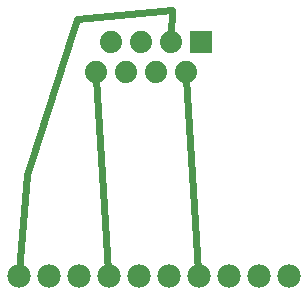
<source format=gbl>
G04 MADE WITH FRITZING*
G04 WWW.FRITZING.ORG*
G04 DOUBLE SIDED*
G04 HOLES PLATED*
G04 CONTOUR ON CENTER OF CONTOUR VECTOR*
%ASAXBY*%
%FSLAX23Y23*%
%MOIN*%
%OFA0B0*%
%SFA1.0B1.0*%
%ADD10C,0.074000*%
%ADD11C,0.078000*%
%ADD12C,0.024000*%
%ADD13R,0.001000X0.001000*%
%LNCOPPER0*%
G90*
G70*
G54D10*
X336Y776D03*
X386Y876D03*
X436Y776D03*
X536Y776D03*
X636Y776D03*
X486Y876D03*
X586Y876D03*
X686Y876D03*
G54D11*
X780Y96D03*
X680Y96D03*
X580Y96D03*
X480Y95D03*
X380Y96D03*
X280Y96D03*
X180Y96D03*
X80Y96D03*
X980Y96D03*
X880Y96D03*
G54D12*
X638Y756D02*
X678Y114D01*
D02*
X338Y756D02*
X378Y114D01*
D02*
X274Y952D02*
X108Y432D01*
D02*
X591Y982D02*
X274Y952D01*
D02*
X587Y896D02*
X591Y982D01*
D02*
X108Y432D02*
X81Y114D01*
G54D13*
X650Y912D02*
X723Y912D01*
X650Y911D02*
X723Y911D01*
X650Y910D02*
X723Y910D01*
X650Y909D02*
X723Y909D01*
X650Y908D02*
X723Y908D01*
X650Y907D02*
X723Y907D01*
X650Y906D02*
X723Y906D01*
X650Y905D02*
X723Y905D01*
X650Y904D02*
X723Y904D01*
X650Y903D02*
X723Y903D01*
X650Y902D02*
X723Y902D01*
X650Y901D02*
X723Y901D01*
X650Y900D02*
X723Y900D01*
X650Y899D02*
X723Y899D01*
X650Y898D02*
X723Y898D01*
X650Y897D02*
X723Y897D01*
X650Y896D02*
X723Y896D01*
X650Y895D02*
X681Y895D01*
X691Y895D02*
X723Y895D01*
X650Y894D02*
X678Y894D01*
X694Y894D02*
X723Y894D01*
X650Y893D02*
X676Y893D01*
X696Y893D02*
X723Y893D01*
X650Y892D02*
X674Y892D01*
X698Y892D02*
X723Y892D01*
X650Y891D02*
X673Y891D01*
X699Y891D02*
X723Y891D01*
X650Y890D02*
X672Y890D01*
X700Y890D02*
X723Y890D01*
X650Y889D02*
X671Y889D01*
X701Y889D02*
X723Y889D01*
X650Y888D02*
X670Y888D01*
X702Y888D02*
X723Y888D01*
X650Y887D02*
X669Y887D01*
X703Y887D02*
X723Y887D01*
X650Y886D02*
X669Y886D01*
X703Y886D02*
X723Y886D01*
X650Y885D02*
X668Y885D01*
X704Y885D02*
X723Y885D01*
X650Y884D02*
X668Y884D01*
X705Y884D02*
X723Y884D01*
X650Y883D02*
X667Y883D01*
X705Y883D02*
X723Y883D01*
X650Y882D02*
X667Y882D01*
X705Y882D02*
X723Y882D01*
X650Y881D02*
X667Y881D01*
X706Y881D02*
X723Y881D01*
X650Y880D02*
X666Y880D01*
X706Y880D02*
X723Y880D01*
X650Y879D02*
X666Y879D01*
X706Y879D02*
X723Y879D01*
X650Y878D02*
X666Y878D01*
X706Y878D02*
X723Y878D01*
X650Y877D02*
X666Y877D01*
X706Y877D02*
X723Y877D01*
X650Y876D02*
X666Y876D01*
X706Y876D02*
X723Y876D01*
X650Y875D02*
X666Y875D01*
X706Y875D02*
X723Y875D01*
X650Y874D02*
X666Y874D01*
X706Y874D02*
X723Y874D01*
X650Y873D02*
X666Y873D01*
X706Y873D02*
X723Y873D01*
X650Y872D02*
X666Y872D01*
X706Y872D02*
X723Y872D01*
X650Y871D02*
X667Y871D01*
X706Y871D02*
X723Y871D01*
X650Y870D02*
X667Y870D01*
X705Y870D02*
X723Y870D01*
X650Y869D02*
X667Y869D01*
X705Y869D02*
X723Y869D01*
X650Y868D02*
X668Y868D01*
X705Y868D02*
X723Y868D01*
X650Y867D02*
X668Y867D01*
X704Y867D02*
X723Y867D01*
X650Y866D02*
X669Y866D01*
X704Y866D02*
X723Y866D01*
X650Y865D02*
X669Y865D01*
X703Y865D02*
X723Y865D01*
X650Y864D02*
X670Y864D01*
X702Y864D02*
X723Y864D01*
X650Y863D02*
X671Y863D01*
X701Y863D02*
X723Y863D01*
X650Y862D02*
X672Y862D01*
X701Y862D02*
X723Y862D01*
X650Y861D02*
X673Y861D01*
X699Y861D02*
X723Y861D01*
X650Y860D02*
X674Y860D01*
X698Y860D02*
X723Y860D01*
X650Y859D02*
X676Y859D01*
X697Y859D02*
X723Y859D01*
X650Y858D02*
X678Y858D01*
X695Y858D02*
X723Y858D01*
X650Y857D02*
X680Y857D01*
X692Y857D02*
X723Y857D01*
X650Y856D02*
X723Y856D01*
X650Y855D02*
X723Y855D01*
X650Y854D02*
X723Y854D01*
X650Y853D02*
X723Y853D01*
X650Y852D02*
X723Y852D01*
X650Y851D02*
X723Y851D01*
X650Y850D02*
X723Y850D01*
X650Y849D02*
X723Y849D01*
X650Y848D02*
X723Y848D01*
X650Y847D02*
X723Y847D01*
X650Y846D02*
X723Y846D01*
X650Y845D02*
X723Y845D01*
X650Y844D02*
X723Y844D01*
X650Y843D02*
X723Y843D01*
X650Y842D02*
X723Y842D01*
X650Y841D02*
X723Y841D01*
X650Y840D02*
X723Y840D01*
X650Y839D02*
X722Y839D01*
D02*
G04 End of Copper0*
M02*
</source>
